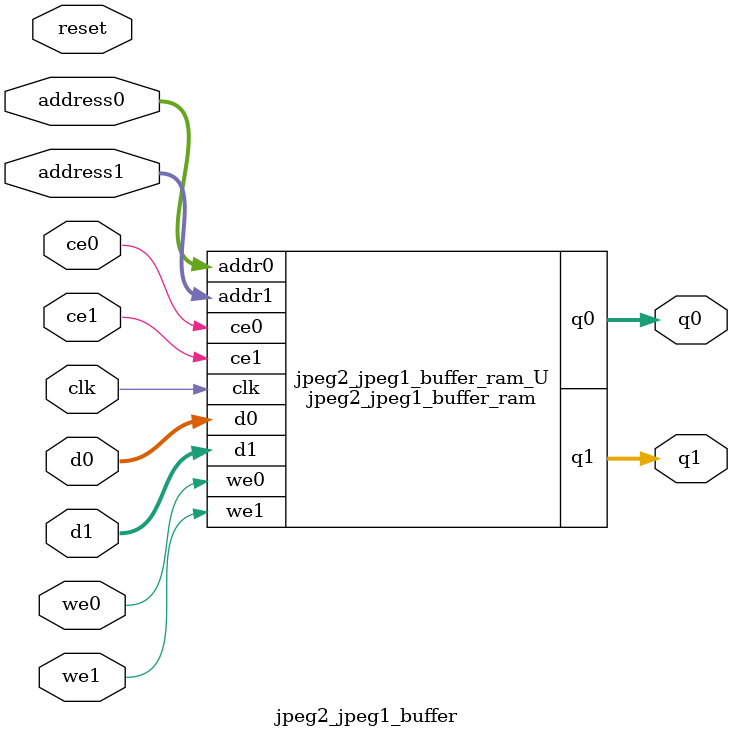
<source format=v>
`timescale 1 ns / 1 ps
module jpeg2_jpeg1_buffer_ram (addr0, ce0, d0, we0, q0, addr1, ce1, d1, we1, q1,  clk);

parameter DWIDTH = 8;
parameter AWIDTH = 14;
parameter MEM_SIZE = 15360;

input[AWIDTH-1:0] addr0;
input ce0;
input[DWIDTH-1:0] d0;
input we0;
output reg[DWIDTH-1:0] q0;
input[AWIDTH-1:0] addr1;
input ce1;
input[DWIDTH-1:0] d1;
input we1;
output reg[DWIDTH-1:0] q1;
input clk;

(* ram_style = "block" *)reg [DWIDTH-1:0] ram[0:MEM_SIZE-1];




always @(posedge clk)  
begin 
    if (ce0) 
    begin
        if (we0) 
        begin 
            ram[addr0] <= d0; 
        end 
        q0 <= ram[addr0];
    end
end


always @(posedge clk)  
begin 
    if (ce1) 
    begin
        if (we1) 
        begin 
            ram[addr1] <= d1; 
        end 
        q1 <= ram[addr1];
    end
end


endmodule

`timescale 1 ns / 1 ps
module jpeg2_jpeg1_buffer(
    reset,
    clk,
    address0,
    ce0,
    we0,
    d0,
    q0,
    address1,
    ce1,
    we1,
    d1,
    q1);

parameter DataWidth = 32'd8;
parameter AddressRange = 32'd15360;
parameter AddressWidth = 32'd14;
input reset;
input clk;
input[AddressWidth - 1:0] address0;
input ce0;
input we0;
input[DataWidth - 1:0] d0;
output[DataWidth - 1:0] q0;
input[AddressWidth - 1:0] address1;
input ce1;
input we1;
input[DataWidth - 1:0] d1;
output[DataWidth - 1:0] q1;



jpeg2_jpeg1_buffer_ram jpeg2_jpeg1_buffer_ram_U(
    .clk( clk ),
    .addr0( address0 ),
    .ce0( ce0 ),
    .we0( we0 ),
    .d0( d0 ),
    .q0( q0 ),
    .addr1( address1 ),
    .ce1( ce1 ),
    .we1( we1 ),
    .d1( d1 ),
    .q1( q1 ));

endmodule


</source>
